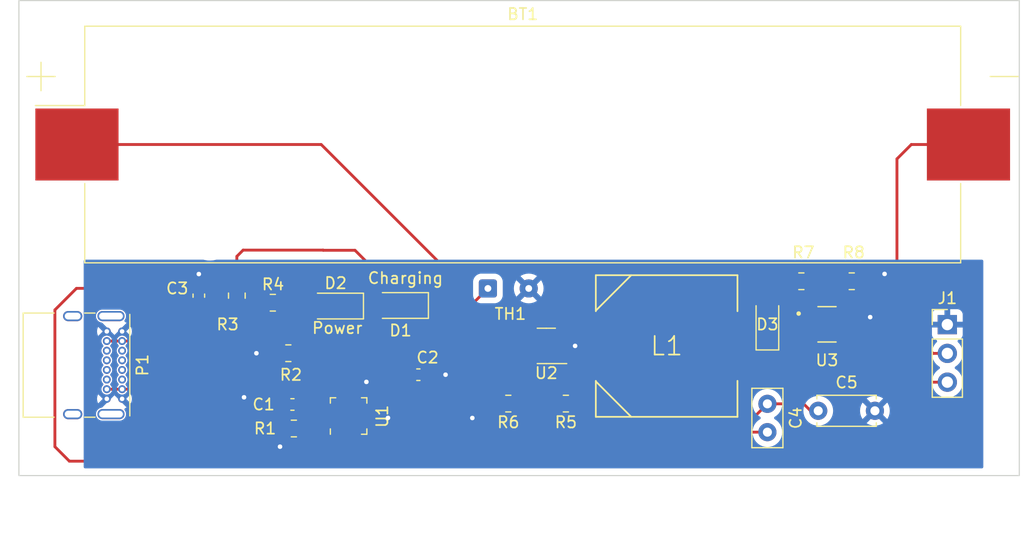
<source format=kicad_pcb>
(kicad_pcb (version 20211014) (generator pcbnew)
  (layers (0 "F.Cu" signal) (31 "B.Cu" signal) (34 "B.Paste" user) (35 "F.Paste" user) (36 "B.SilkS" user "B.Silkscreen") (37 "F.SilkS" user "F.Silkscreen") (38 "B.Mask" user) (39 "F.Mask" user) (44 "Edge.Cuts" user))
  (net 0 "")
  (net 1 "Net-(BT1-Pad1)")
  (net 2 "GND")
  (net 3 "Net-(C1-Pad1)")
  (net 4 "Net-(C3-Pad1)")
  (net 5 "Net-(D1-Pad1)")
  (net 6 "Net-(D1-Pad2)")
  (net 7 "Net-(D2-Pad1)")
  (net 8 "Net-(D2-Pad2)")
  (net 9 "Net-(R1-Pad2)")
  (net 10 "Net-(R2-Pad2)")
  (net 11 "Net-(TH1-Pad1)")
  (net 17 "Net-(C4-Pad1)")
  (net 18 "Net-(C4-Pad2)")
  (net 19 "Net-(D3-Pad2)")
  (net 20 "Net-(J1-Pad2)")
  (net 21 "Net-(R7-Pad2)")
  (footprint "LED_SMD:LED_1206_3216Metric_Pad1.42x1.75mm_HandSolder" (layer "F.Cu") (at 135.270857 102.469103 180)
    (fp_text reference "D1" (at -0.000571 -2.209095) (layer "F.SilkS"))
    (fp_text value "LED")
    (fp_line (start -2.46 -1.135) (end -2.46 1.135) (layer "F.SilkS") (width 0.12))
    (fp_line (start -2.46 1.135) (end 1.6 1.135) (layer "F.SilkS") (width 0.12))
    (fp_line (start 1.6 -1.135) (end -2.46 -1.135) (layer "F.SilkS") (width 0.12))
    (pad "1" smd roundrect (at -1.4875 0 180) (size 1.425 1.75) (layers "F.Cu" "F.Paste" "F.Mask") (roundrect_rratio 0.175439) (net 5 "Net-(D1-Pad1)"))
    (pad "2" smd roundrect (at 1.4875 0 180) (size 1.425 1.75) (layers "F.Cu" "F.Paste" "F.Mask") (roundrect_rratio 0.175439) (net 6 "Net-(D1-Pad2)"))
  )
  (footprint "Battery:BatteryHolder_Keystone_1042_1x18650" (layer "F.Cu") (at 146.05 88.265)
    (fp_text reference "BT1" (at 0 -11.5) (layer "F.SilkS"))
    (fp_text value "Battery_Cell")
    (fp_line (start 38.64 3.44) (end 38.64 10.44) (layer "F.SilkS") (width 0.12))
    (fp_line (start -42.5 -4.75) (end -42.5 -7.25) (layer "F.SilkS") (width 0.12))
    (fp_line (start 38.64 -3.44) (end 38.64 -10.42) (layer "F.SilkS") (width 0.12))
    (fp_line (start 38.64 10.44) (end -38.64 10.44) (layer "F.SilkS") (width 0.12))
    (fp_line (start -38.64 10.44) (end -38.64 3.44) (layer "F.SilkS") (width 0.12))
    (fp_line (start -43.75 -6) (end -41.25 -6) (layer "F.SilkS") (width 0.12))
    (fp_line (start -38.64 -3.44) (end -43 -3.44) (layer "F.SilkS") (width 0.12))
    (fp_line (start 43.75 -6) (end 41.25 -6) (layer "F.SilkS") (width 0.12))
    (fp_line (start -38.64 -10.44) (end -38.64 -3.44) (layer "F.SilkS") (width 0.12))
    (fp_line (start 38.64 -10.44) (end -38.64 -10.44) (layer "F.SilkS") (width 0.12))
    (pad "" np_thru_hole circle (at -27.6 8) (size 3.45 3.45) (drill 3.45) (layers *.Cu *.Mask))
    (pad "" np_thru_hole circle (at 27.6 -8) (size 3.45 3.45) (drill 3.45) (layers *.Cu *.Mask))
    (pad "" np_thru_hole circle (at -35.93 -8) (size 2.39 2.39) (drill 2.39) (layers *.Cu *.Mask))
    (pad "1" smd rect (at -39.33 0) (size 7.34 6.35) (layers "F.Cu" "F.Paste" "F.Mask") (net 1 "Net-(BT1-Pad1)"))
    (pad "2" smd rect (at 39.33 0) (size 7.34 6.35) (layers "F.Cu" "F.Paste" "F.Mask") (net 2 "GND"))
  )
  (footprint "Resistor_SMD:R_0805_2012Metric" (layer "F.Cu") (at 124.003332 102.225001 180)
    (fp_text reference "R4" (at -0.016708 1.61735 180) (layer "F.SilkS"))
    (fp_text value "1K")
    (fp_line (start -0.227064 -0.735) (end 0.227064 -0.735) (layer "F.SilkS") (width 0.12))
    (fp_line (start -0.227064 0.735) (end 0.227064 0.735) (layer "F.SilkS") (width 0.12))
    (pad "1" smd roundrect (at -0.9125 0 180) (size 1.025 1.4) (layers "F.Cu" "F.Paste" "F.Mask") (roundrect_rratio 0.243902) (net 8 "Net-(D2-Pad2)"))
    (pad "2" smd roundrect (at 0.9125 0 180) (size 1.025 1.4) (layers "F.Cu" "F.Paste" "F.Mask") (roundrect_rratio 0.243902) (net 4 "Net-(C3-Pad1)"))
  )
  (footprint "Capacitor_SMD:C_0603_1608Metric" (layer "F.Cu") (at 117.475 101.6 90)
    (fp_text reference "C3" (at 0.635 -1.905) (layer "F.SilkS"))
    (fp_text value "4.7u")
    (fp_line (start -0.14058 0.51) (end 0.14058 0.51) (layer "F.SilkS") (width 0.12))
    (fp_line (start -0.14058 -0.51) (end 0.14058 -0.51) (layer "F.SilkS") (width 0.12))
    (pad "1" smd roundrect (at -0.775 0 90) (size 0.9 0.95) (layers "F.Cu" "F.Paste" "F.Mask") (net 4 "Net-(C3-Pad1)"))
    (pad "2" smd roundrect (at 0.775 0 90) (size 0.9 0.95) (layers "F.Cu" "F.Paste" "F.Mask") (net 2 "GND"))
  )
  (footprint "Diode_SMD:D_SOD-123" (layer "F.Cu") (at 167.64 104.14 90)
    (fp_text reference "D3" (at 0 0 180) (layer "F.SilkS"))
    (fp_text value "D_Schottky")
    (fp_line (start -2.25 1) (end 1.65 1) (layer "F.SilkS") (width 0.12))
    (fp_line (start -2.25 -1) (end 1.65 -1) (layer "F.SilkS") (width 0.12))
    (fp_line (start -2.25 -1) (end -2.25 1) (layer "F.SilkS") (width 0.12))
    (pad "1" smd rect (at -1.65 0 90) (size 0.9 1.2) (layers "F.Cu" "F.Paste" "F.Mask") (net 17 "Net-(C4-Pad1)"))
    (pad "2" smd rect (at 1.65 0 90) (size 0.9 1.2) (layers "F.Cu" "F.Paste" "F.Mask") (net 19 "Net-(D3-Pad2)"))
  )
  (footprint "Resistor_SMD:R_0805_2012Metric" (layer "F.Cu") (at 149.86 111.125 180)
    (fp_text reference "R5" (at 0 -1.65) (layer "F.SilkS"))
    (fp_text value "100k")
    (fp_line (start -0.227064 -0.735) (end 0.227064 -0.735) (layer "F.SilkS") (width 0.12))
    (fp_line (start -0.227064 0.735) (end 0.227064 0.735) (layer "F.SilkS") (width 0.12))
    (pad "1" smd roundrect (at -0.9125 0 180) (size 1.025 1.4) (layers "F.Cu" "F.Paste" "F.Mask") (roundrect_rratio 0.243902) (net 17 "Net-(C4-Pad1)"))
    (pad "2" smd roundrect (at 0.9125 0 180) (size 1.025 1.4) (layers "F.Cu" "F.Paste" "F.Mask") (roundrect_rratio 0.243902) (net 18 "Net-(C4-Pad2)"))
  )
  (footprint "Connector_PinHeader_2.54mm:PinHeader_1x03_P2.54mm_Vertical" (layer "F.Cu") (at 183.515 104.155)
    (fp_text reference "J1" (at 0 -2.33) (layer "F.SilkS"))
    (fp_text value "Conn_01x03_Male")
    (fp_line (start -1.33 0) (end -1.33 -1.33) (layer "F.SilkS") (width 0.12))
    (fp_line (start -1.33 1.27) (end -1.33 6.41) (layer "F.SilkS") (width 0.12))
    (fp_line (start -1.33 6.41) (end 1.33 6.41) (layer "F.SilkS") (width 0.12))
    (fp_line (start -1.33 -1.33) (end 0 -1.33) (layer "F.SilkS") (width 0.12))
    (fp_line (start -1.33 1.27) (end 1.33 1.27) (layer "F.SilkS") (width 0.12))
    (fp_line (start 1.33 1.27) (end 1.33 6.41) (layer "F.SilkS") (width 0.12))
    (pad "1" thru_hole rect (at 0 0) (size 1.7 1.7) (drill 1) (layers *.Cu *.Mask) (net 2 "GND"))
    (pad "2" thru_hole oval (at 0 2.54) (size 1.7 1.7) (drill 1) (layers *.Cu *.Mask) (net 20 "Net-(J1-Pad2)"))
    (pad "3" thru_hole oval (at 0 5.08) (size 1.7 1.7) (drill 1) (layers *.Cu *.Mask) (net 17 "Net-(C4-Pad1)"))
  )
  (footprint "footprints:INDM125125X600N" (layer "F.Cu") (at 158.75 106.045)
    (fp_text reference "L1" (at 0 0) (layer "F.SilkS") (effects (font (size 1.641795 1.641795))))
    (fp_text value "10u")
    (fp_line (start 6.2484 -6.2484) (end -6.2484 -6.2484) (layer "F.SilkS") (width 0.1524))
    (fp_line (start 6.2484 -3.0734) (end 6.2484 -6.2484) (layer "F.SilkS") (width 0.1524))
    (fp_line (start -6.2484 3.0734) (end -6.2484 3.1242) (layer "F.SilkS") (width 0.1524))
    (fp_line (start -6.2484 3.1242) (end -6.2484 6.2484) (layer "F.SilkS") (width 0.1524))
    (fp_line (start -6.2484 3.1242) (end -3.1242 6.2484) (layer "F.SilkS") (width 0.1524))
    (fp_line (start -6.2484 6.2484) (end 6.2484 6.2484) (layer "F.SilkS") (width 0.1524))
    (fp_line (start -6.2484 -6.2484) (end -6.2484 -3.0734) (layer "F.SilkS") (width 0.1524))
    (fp_line (start -6.2484 -3.1242) (end -3.1242 -6.2484) (layer "F.SilkS") (width 0.1524))
    (fp_line (start 6.2484 6.2484) (end 6.2484 3.0734) (layer "F.SilkS") (width 0.1524))
    (pad "1" smd rect locked (at -4.826 0 90) (size 5.5118 3.1496) (layers "F.Cu" "F.Paste" "F.Mask") (net 4 "Net-(C3-Pad1)"))
    (pad "2" smd rect locked (at 4.826 0 90) (size 5.5118 3.1496) (layers "F.Cu" "F.Paste" "F.Mask") (net 19 "Net-(D3-Pad2)"))
  )
  (footprint "Connector_Wire:SolderWire-0.1sqmm_1x02_P3.6mm_D0.4mm_OD1mm" (layer "F.Cu") (at 142.98 100.965)
    (fp_text reference "TH1" (at 1.983749 2.250108) (layer "F.SilkS"))
    (fp_text value "Thermistor_NTC")
    (pad "1" thru_hole roundrect (at 0 0) (size 1.6 1.6) (drill 0.6) (layers *.Cu *.Mask) (roundrect_rratio 0.15625) (net 11 "Net-(TH1-Pad1)"))
    (pad "2" thru_hole circle (at 3.6 0) (size 1.6 1.6) (drill 0.6) (layers *.Cu *.Mask) (net 2 "GND"))
  )
  (footprint "Resistor_SMD:R_0805_2012Metric" (layer "F.Cu") (at 120.828332 101.6 -90)
    (fp_text reference "R3" (at 2.54 0.813332) (layer "F.SilkS"))
    (fp_text value "1K")
    (fp_line (start -0.227064 -0.735) (end 0.227064 -0.735) (layer "F.SilkS") (width 0.12))
    (fp_line (start -0.227064 0.735) (end 0.227064 0.735) (layer "F.SilkS") (width 0.12))
    (pad "1" smd roundrect (at -0.9125 0 270) (size 1.025 1.4) (layers "F.Cu" "F.Paste" "F.Mask") (roundrect_rratio 0.243902) (net 6 "Net-(D1-Pad2)"))
    (pad "2" smd roundrect (at 0.9125 0 270) (size 1.025 1.4) (layers "F.Cu" "F.Paste" "F.Mask") (roundrect_rratio 0.243902) (net 4 "Net-(C3-Pad1)"))
  )
  (footprint "Package_DFN_QFN:VQFN-16-1EP_3x3mm_P0.5mm_EP1.6x1.6mm" (layer "F.Cu") (at 130.689965 112.220001 90)
    (fp_text reference "U1" (at -0.031673 2.967913 90) (layer "F.SilkS"))
    (fp_text value "BQ24079RGT")
    (fp_line (start 1.61 -1.61) (end 1.61 -1.135) (layer "F.SilkS") (width 0.12))
    (fp_line (start 1.135 -1.61) (end 1.61 -1.61) (layer "F.SilkS") (width 0.12))
    (fp_line (start -1.61 1.61) (end -1.61 1.135) (layer "F.SilkS") (width 0.12))
    (fp_line (start -1.135 1.61) (end -1.61 1.61) (layer "F.SilkS") (width 0.12))
    (fp_line (start 1.135 1.61) (end 1.61 1.61) (layer "F.SilkS") (width 0.12))
    (fp_line (start -1.135 -1.61) (end -1.61 -1.61) (layer "F.SilkS") (width 0.12))
    (fp_line (start 1.61 1.61) (end 1.61 1.135) (layer "F.SilkS") (width 0.12))
    (pad "1" smd roundrect (at -1.4375 -0.75 90) (size 0.875 0.25) (layers "F.Cu" "F.Paste" "F.Mask") (net 11 "Net-(TH1-Pad1)"))
    (pad "2" smd roundrect (at -1.4375 -0.25 90) (size 0.875 0.25) (layers "F.Cu" "F.Paste" "F.Mask") (net 1 "Net-(BT1-Pad1)"))
    (pad "3" smd roundrect (at -1.4375 0.25 90) (size 0.875 0.25) (layers "F.Cu" "F.Paste" "F.Mask") (net 1 "Net-(BT1-Pad1)"))
    (pad "4" smd roundrect (at -1.4375 0.75 90) (size 0.875 0.25) (layers "F.Cu" "F.Paste" "F.Mask") (net 2 "GND"))
    (pad "5" smd roundrect (at -0.75 1.4375 90) (size 0.25 0.875) (layers "F.Cu" "F.Paste" "F.Mask") (net 2 "GND"))
    (pad "6" smd roundrect (at -0.25 1.4375 90) (size 0.25 0.875) (layers "F.Cu" "F.Paste" "F.Mask") (net 2 "GND"))
    (pad "7" smd roundrect (at 0.25 1.4375 90) (size 0.25 0.875) (layers "F.Cu" "F.Paste" "F.Mask") (net 5 "Net-(D1-Pad1)"))
    (pad "8" smd roundrect (at 0.75 1.4375 90) (size 0.25 0.875) (layers "F.Cu" "F.Paste" "F.Mask") (net 2 "GND"))
    (pad "9" smd roundrect (at 1.4375 0.75 90) (size 0.875 0.25) (layers "F.Cu" "F.Paste" "F.Mask") (net 7 "Net-(D2-Pad1)"))
    (pad "10" smd roundrect (at 1.4375 0.25 90) (size 0.875 0.25) (layers "F.Cu" "F.Paste" "F.Mask") (net 4 "Net-(C3-Pad1)"))
    (pad "11" smd roundrect (at 1.4375 -0.25 90) (size 0.875 0.25) (layers "F.Cu" "F.Paste" "F.Mask") (net 4 "Net-(C3-Pad1)"))
    (pad "12" smd roundrect (at 1.4375 -0.75 90) (size 0.875 0.25) (layers "F.Cu" "F.Paste" "F.Mask") (net 10 "Net-(R2-Pad2)"))
    (pad "13" smd roundrect (at 0.75 -1.4375 90) (size 0.25 0.875) (layers "F.Cu" "F.Paste" "F.Mask") (net 3 "Net-(C1-Pad1)"))
    (pad "14" smd roundrect (at 0.25 -1.4375 90) (size 0.25 0.875) (layers "F.Cu" "F.Paste" "F.Mask") (net 2 "GND"))
    (pad "15" smd roundrect (at -0.25 -1.4375 90) (size 0.25 0.875) (layers "F.Cu" "F.Paste" "F.Mask") (net 2 "GND"))
    (pad "16" smd roundrect (at -0.75 -1.4375 90) (size 0.25 0.875) (layers "F.Cu" "F.Paste" "F.Mask") (net 9 "Net-(R1-Pad2)"))
    (pad "17" smd rect (at 0 0 90) (size 1.6 1.6) (layers "F.Cu" "F.Mask") (net 2 "GND"))
  )
  (footprint "Capacitor_THT:C_Disc_D5.0mm_W2.5mm_P5.00mm" (layer "F.Cu") (at 172.125 111.76)
    (fp_text reference "C5" (at 2.5 -2.5) (layer "F.SilkS"))
    (fp_text value "1u")
    (fp_line (start 5.12 1.055) (end 5.12 1.37) (layer "F.SilkS") (width 0.12))
    (fp_line (start -0.12 1.055) (end -0.12 1.37) (layer "F.SilkS") (width 0.12))
    (fp_line (start -0.12 -1.37) (end -0.12 -1.055) (layer "F.SilkS") (width 0.12))
    (fp_line (start 5.12 -1.37) (end 5.12 -1.055) (layer "F.SilkS") (width 0.12))
    (fp_line (start -0.12 -1.37) (end 5.12 -1.37) (layer "F.SilkS") (width 0.12))
    (fp_line (start -0.12 1.37) (end 5.12 1.37) (layer "F.SilkS") (width 0.12))
    (pad "1" thru_hole circle (at 0 0) (size 1.6 1.6) (drill 0.8) (layers *.Cu *.Mask) (net 17 "Net-(C4-Pad1)"))
    (pad "2" thru_hole circle (at 5 0) (size 1.6 1.6) (drill 0.8) (layers *.Cu *.Mask) (net 2 "GND"))
  )
  (footprint "Resistor_SMD:R_0805_2012Metric" (layer "F.Cu") (at 125.859965 113.322501)
    (fp_text reference "R1" (at -2.54 0) (layer "F.SilkS"))
    (fp_text value "1.1k")
    (fp_line (start -0.227064 0.735) (end 0.227064 0.735) (layer "F.SilkS") (width 0.12))
    (fp_line (start -0.227064 -0.735) (end 0.227064 -0.735) (layer "F.SilkS") (width 0.12))
    (pad "1" smd roundrect (at -0.9125 0) (size 1.025 1.4) (layers "F.Cu" "F.Paste" "F.Mask") (roundrect_rratio 0.243902) (net 2 "GND"))
    (pad "2" smd roundrect (at 0.9125 0) (size 1.025 1.4) (layers "F.Cu" "F.Paste" "F.Mask") (roundrect_rratio 0.243902) (net 9 "Net-(R1-Pad2)"))
  )
  (footprint "Capacitor_SMD:C_0603_1608Metric" (layer "F.Cu") (at 136.843332 108.575001)
    (fp_text reference "C2" (at 0.813 -1.511503) (layer "F.SilkS"))
    (fp_text value "4.7u")
    (fp_line (start -0.14058 0.51) (end 0.14058 0.51) (layer "F.SilkS") (width 0.12))
    (fp_line (start -0.14058 -0.51) (end 0.14058 -0.51) (layer "F.SilkS") (width 0.12))
    (pad "1" smd roundrect (at -0.775 0) (size 0.9 0.95) (layers "F.Cu" "F.Paste" "F.Mask") (net 1 "Net-(BT1-Pad1)"))
    (pad "2" smd roundrect (at 0.775 0) (size 0.9 0.95) (layers "F.Cu" "F.Paste" "F.Mask") (net 2 "GND"))
  )
  (footprint "Capacitor_SMD:C_0603_1608Metric" (layer "F.Cu") (at 125.732975 111.200505 180)
    (fp_text reference "C1" (at 2.54 0) (layer "F.SilkS"))
    (fp_text value "1u")
    (fp_line (start -0.14058 -0.51) (end 0.14058 -0.51) (layer "F.SilkS") (width 0.12))
    (fp_line (start -0.14058 0.51) (end 0.14058 0.51) (layer "F.SilkS") (width 0.12))
    (pad "1" smd roundrect (at -0.775 0 180) (size 0.9 0.95) (layers "F.Cu" "F.Paste" "F.Mask") (net 3 "Net-(C1-Pad1)"))
    (pad "2" smd roundrect (at 0.775 0 180) (size 0.9 0.95) (layers "F.Cu" "F.Paste" "F.Mask") (net 2 "GND"))
  )
  (footprint "Resistor_SMD:R_0805_2012Metric" (layer "F.Cu") (at 175.080832 100.33)
    (fp_text reference "R8" (at 0.179168 -2.54) (layer "F.SilkS"))
    (fp_text value "100k")
    (fp_line (start -0.227064 -0.735) (end 0.227064 -0.735) (layer "F.SilkS") (width 0.12))
    (fp_line (start -0.227064 0.735) (end 0.227064 0.735) (layer "F.SilkS") (width 0.12))
    (pad "1" smd roundrect (at -0.9125 0) (size 1.025 1.4) (layers "F.Cu" "F.Paste" "F.Mask") (roundrect_rratio 0.243902) (net 21 "Net-(R7-Pad2)"))
    (pad "2" smd roundrect (at 0.9125 0) (size 1.025 1.4) (layers "F.Cu" "F.Paste" "F.Mask") (roundrect_rratio 0.243902) (net 2 "GND"))
  )
  (footprint "Resistor_SMD:R_0805_2012Metric" (layer "F.Cu") (at 125.3725 106.68)
    (fp_text reference "R2" (at 0.227064 1.905) (layer "F.SilkS"))
    (fp_text value "1.1k")
    (fp_line (start -0.227064 0.735) (end 0.227064 0.735) (layer "F.SilkS") (width 0.12))
    (fp_line (start -0.227064 -0.735) (end 0.227064 -0.735) (layer "F.SilkS") (width 0.12))
    (pad "1" smd roundrect (at -0.9125 0) (size 1.025 1.4) (layers "F.Cu" "F.Paste" "F.Mask") (roundrect_rratio 0.243902) (net 2 "GND"))
    (pad "2" smd roundrect (at 0.9125 0) (size 1.025 1.4) (layers "F.Cu" "F.Paste" "F.Mask") (roundrect_rratio 0.243902) (net 10 "Net-(R2-Pad2)"))
  )
  (footprint "Resistor_SMD:R_0805_2012Metric" (layer "F.Cu") (at 170.635832 100.33)
    (fp_text reference "R7" (at 0.179168 -2.54) (layer "F.SilkS"))
    (fp_text value "100k")
    (fp_line (start -0.227064 -0.735) (end 0.227064 -0.735) (layer "F.SilkS") (width 0.12))
    (fp_line (start -0.227064 0.735) (end 0.227064 0.735) (layer "F.SilkS") (width 0.12))
    (pad "1" smd roundrect (at -0.9125 0) (size 1.025 1.4) (layers "F.Cu" "F.Paste" "F.Mask") (roundrect_rratio 0.243902) (net 17 "Net-(C4-Pad1)"))
    (pad "2" smd roundrect (at 0.9125 0) (size 1.025 1.4) (layers "F.Cu" "F.Paste" "F.Mask") (roundrect_rratio 0.243902) (net 21 "Net-(R7-Pad2)"))
  )
  (footprint "Capacitor_THT:C_Disc_D5.0mm_W2.5mm_P2.50mm" (layer "F.Cu") (at 167.64 111.145 -90)
    (fp_text reference "C4" (at 1.25 -2.5 90) (layer "F.SilkS"))
    (fp_text value "24p")
    (fp_line (start 3.87 -1.37) (end 3.87 1.37) (layer "F.SilkS") (width 0.12))
    (fp_line (start -1.37 -1.37) (end 3.87 -1.37) (layer "F.SilkS") (width 0.12))
    (fp_line (start -1.37 1.37) (end 3.87 1.37) (layer "F.SilkS") (width 0.12))
    (fp_line (start -1.37 -1.37) (end -1.37 1.37) (layer "F.SilkS") (width 0.12))
    (pad "1" thru_hole circle (at 0 0 270) (size 1.6 1.6) (drill 0.8) (layers *.Cu *.Mask) (net 17 "Net-(C4-Pad1)"))
    (pad "2" thru_hole circle (at 2.5 0 270) (size 1.6 1.6) (drill 0.8) (layers *.Cu *.Mask) (net 18 "Net-(C4-Pad2)"))
  )
  (footprint "LED_SMD:LED_1206_3216Metric_Pad1.42x1.75mm_HandSolder" (layer "F.Cu") (at 129.54 102.51707 180)
    (fp_text reference "D2" (at -0.003309 2.019136) (layer "F.SilkS"))
    (fp_text value "LED")
    (fp_line (start 1.6 -1.135) (end -2.46 -1.135) (layer "F.SilkS") (width 0.12))
    (fp_line (start -2.46 -1.135) (end -2.46 1.135) (layer "F.SilkS") (width 0.12))
    (fp_line (start -2.46 1.135) (end 1.6 1.135) (layer "F.SilkS") (width 0.12))
    (pad "1" smd roundrect (at -1.4875 0 180) (size 1.425 1.75) (layers "F.Cu" "F.Paste" "F.Mask") (roundrect_rratio 0.175439) (net 7 "Net-(D2-Pad1)"))
    (pad "2" smd roundrect (at 1.4875 0 180) (size 1.425 1.75) (layers "F.Cu" "F.Paste" "F.Mask") (roundrect_rratio 0.175439) (net 8 "Net-(D2-Pad2)"))
  )
  (footprint "Resistor_SMD:R_0805_2012Metric" (layer "F.Cu") (at 144.78 111.125 180)
    (fp_text reference "R6" (at 0 -1.65) (layer "F.SilkS"))
    (fp_text value "300k")
    (fp_line (start -0.227064 0.735) (end 0.227064 0.735) (layer "F.SilkS") (width 0.12))
    (fp_line (start -0.227064 -0.735) (end 0.227064 -0.735) (layer "F.SilkS") (width 0.12))
    (pad "1" smd roundrect (at -0.9125 0 180) (size 1.025 1.4) (layers "F.Cu" "F.Paste" "F.Mask") (roundrect_rratio 0.243902) (net 18 "Net-(C4-Pad2)"))
    (pad "2" smd roundrect (at 0.9125 0 180) (size 1.025 1.4) (layers "F.Cu" "F.Paste" "F.Mask") (roundrect_rratio 0.243902) (net 2 "GND"))
  )
  (footprint "SOT95P280X145-6N:SOT95P280X145-6N" (layer "F.Cu") (at 172.898332 104.130001)
    (fp_text reference "U3" (at 0 3.175) (layer "F.SilkS"))
    (fp_text value "OPAMP")
    (fp_line (start -0.8 1.56) (end 0.8 1.56) (layer "F.SilkS") (width 0.127))
    (fp_line (start 0.8 -1.56) (end -0.8 -1.56) (layer "F.SilkS") (width 0.127))
    (fp_circle (center -2.5 -0.95) (end -2.4 -0.95) (layer "F.SilkS") (width 0.2) (fill none))
    (pad "1" smd roundrect locked (at -1.255 -0.95) (size 1.21 0.58) (layers "F.Cu" "F.Paste" "F.Mask") (roundrect_rratio 0.07) (net 21 "Net-(R7-Pad2)"))
    (pad "2" smd roundrect locked (at -1.255 0) (size 1.21 0.58) (layers "F.Cu" "F.Paste" "F.Mask") (roundrect_rratio 0.07) (net 20 "Net-(J1-Pad2)"))
    (pad "3" smd roundrect locked (at -1.255 0.95) (size 1.21 0.58) (layers "F.Cu" "F.Paste" "F.Mask") (roundrect_rratio 0.07) (net 20 "Net-(J1-Pad2)"))
    (pad "4" smd roundrect locked (at 1.255 0.95) (size 1.21 0.58) (layers "F.Cu" "F.Paste" "F.Mask") (roundrect_rratio 0.07) (net 17 "Net-(C4-Pad1)"))
    (pad "5" smd roundrect locked (at 1.255 0) (size 1.21 0.58) (layers "F.Cu" "F.Paste" "F.Mask") (roundrect_rratio 0.07) (net 2 "GND"))
    (pad "6" smd roundrect locked (at 1.255 -0.95) (size 1.21 0.58) (layers "F.Cu" "F.Paste" "F.Mask") (roundrect_rratio 0.07))
  )
  (footprint "Connector_USB:USB_C_Receptacle_GCT_USB4085" (layer "F.Cu") (at 110.705 104.755 -90)
    (fp_text reference "P1" (at 2.975 -1.8 90) (layer "F.SilkS"))
    (fp_text value "USB_C_Plug_USB2.0")
    (fp_line (start -1.62 6) (end -1.62 8.73) (layer "F.SilkS") (width 0.12))
    (fp_line (start 7.57 2.4) (end 7.57 3.3) (layer "F.SilkS") (width 0.12))
    (fp_line (start -1.5 -0.68) (end 7.45 -0.68) (layer "F.SilkS") (width 0.12))
    (fp_line (start -1.62 2.4) (end -1.62 3.3) (layer "F.SilkS") (width 0.12))
    (fp_line (start 7.57 6) (end 7.57 8.73) (layer "F.SilkS") (width 0.12))
    (fp_line (start -1.62 8.73) (end 7.57 8.73) (layer "F.SilkS") (width 0.12))
    (pad "A1" thru_hole circle (at 0 0 270) (size 0.7 0.7) (drill 0.4) (layers *.Cu *.Mask) (net 2 "GND"))
    (pad "A4" thru_hole circle (at 0.85 0 270) (size 0.7 0.7) (drill 0.4) (layers *.Cu *.Mask) (net 3 "Net-(C1-Pad1)"))
    (pad "A5" thru_hole circle (at 1.7 0 270) (size 0.7 0.7) (drill 0.4) (layers *.Cu *.Mask))
    (pad "A6" thru_hole circle (at 2.55 0 270) (size 0.7 0.7) (drill 0.4) (layers *.Cu *.Mask))
    (pad "A7" thru_hole circle (at 3.4 0 270) (size 0.7 0.7) (drill 0.4) (layers *.Cu *.Mask))
    (pad "A8" thru_hole circle (at 4.25 0 270) (size 0.7 0.7) (drill 0.4) (layers *.Cu *.Mask))
    (pad "A9" thru_hole circle (at 5.1 0 270) (size 0.7 0.7) (drill 0.4) (layers *.Cu *.Mask) (net 3 "Net-(C1-Pad1)"))
    (pad "A12" thru_hole circle (at 5.95 0 270) (size 0.7 0.7) (drill 0.4) (layers *.Cu *.Mask) (net 2 "GND"))
    (pad "B1" thru_hole circle (at 5.95 1.35 270) (size 0.7 0.7) (drill 0.4) (layers *.Cu *.Mask) (net 2 "GND"))
    (pad "B4" thru_hole circle (at 5.1 1.35 270) (size 0.7 0.7) (drill 0.4) (layers *.Cu *.Mask) (net 3 "Net-(C1-Pad1)"))
    (pad "B5" thru_hole circle (at 4.25 1.35 270) (size 0.7 0.7) (drill 0.4) (layers *.Cu *.Mask))
    (pad "B6" thru_hole circle (at 3.4 1.35 270) (size 0.7 0.7) (drill 0.4) (layers *.Cu *.Mask))
    (pad "B7" thru_hole circle (at 2.55 1.35 270) (size 0.7 0.7) (drill 0.4) (layers *.Cu *.Mask))
    (pad "B8" thru_hole circle (at 1.7 1.35 270) (size 0.7 0.7) (drill 0.4) (layers *.Cu *.Mask))
    (pad "B9" thru_hole circle (at 0.85 1.35 270) (size 0.7 0.7) (drill 0.4) (layers *.Cu *.Mask) (net 3 "Net-(C1-Pad1)"))
    (pad "B12" thru_hole circle (at 0 1.35 270) (size 0.7 0.7) (drill 0.4) (layers *.Cu *.Mask) (net 2 "GND"))
    (pad "S1" thru_hole oval (at -1.35 4.36 270) (size 0.9 1.7) (drill oval 0.6 1.4) (layers *.Cu *.Mask))
    (pad "S1" thru_hole oval (at 7.3 4.36 270) (size 0.9 1.7) (drill oval 0.6 1.4) (layers *.Cu *.Mask))
    (pad "S1" thru_hole oval (at -1.35 0.98 270) (size 0.9 2.4) (drill oval 0.6 2.1) (layers *.Cu *.Mask))
    (pad "S1" thru_hole oval (at 7.3 0.98 270) (size 0.9 2.4) (drill oval 0.6 2.1) (layers *.Cu *.Mask))
  )
  (footprint "Package_TO_SOT_SMD:SOT-23-5" (layer "F.Cu") (at 148.133332 106.035001 180)
    (fp_text reference "U2" (at 0 -2.4) (layer "F.SilkS"))
    (fp_text value "TPS61040DBV")
    (fp_line (start 0 -1.56) (end -1.8 -1.56) (layer "F.SilkS") (width 0.12))
    (fp_line (start 0 -1.56) (end 0.8 -1.56) (layer "F.SilkS") (width 0.12))
    (fp_line (start 0 1.56) (end 0.8 1.56) (layer "F.SilkS") (width 0.12))
    (fp_line (start 0 1.56) (end -0.8 1.56) (layer "F.SilkS") (width 0.12))
    (pad "1" smd roundrect (at -1.1375 -0.95 180) (size 1.325 0.6) (layers "F.Cu" "F.Paste" "F.Mask") (net 17 "Net-(C4-Pad1)"))
    (pad "2" smd roundrect (at -1.1375 0 180) (size 1.325 0.6) (layers "F.Cu" "F.Paste" "F.Mask") (net 2 "GND"))
    (pad "3" smd roundrect (at -1.1375 0.95 180) (size 1.325 0.6) (layers "F.Cu" "F.Paste" "F.Mask") (net 18 "Net-(C4-Pad2)"))
    (pad "4" smd roundrect (at 1.1375 0.95 180) (size 1.325 0.6) (layers "F.Cu" "F.Paste" "F.Mask") (net 4 "Net-(C3-Pad1)"))
    (pad "5" smd roundrect (at 1.1375 -0.95 180) (size 1.325 0.6) (layers "F.Cu" "F.Paste" "F.Mask") (net 4 "Net-(C3-Pad1)"))
  )
  (gr_rect (start 101.6 75.565) (end 189.865 117.475) (layer "Edge.Cuts") (width 0.1) (fill none))
  (gr_text "Charging" (at 135.700857 100.053129) (layer "F.SilkS") (effects (font (size 1 1))))
  (gr_text "Power" (at 129.692076 104.458869) (layer "F.SilkS") (effects (font (size 1 1))))
  (segment (start 135.89 108.396669) (end 135.89 106.68) (width 0.25) (layer "F.Cu") (net 1))
  (segment (start 136.068332 108.575001) (end 136.068332 112.55601) (width 0.25) (layer "F.Cu") (net 1))
  (segment (start 130.939965 113.657501) (end 130.439965 113.657501) (width 0.25) (layer "F.Cu") (net 1))
  (segment (start 133.581332 115.04301) (end 136.068332 112.55601) (width 0.25) (layer "F.Cu") (net 1))
  (segment (start 139.065 103.505) (end 139.065 99.06) (width 0.25) (layer "F.Cu") (net 1))
  (segment (start 130.939965 113.657501) (end 130.988332 113.705868) (width 0.25) (layer "F.Cu") (net 1))
  (segment (start 136.068332 108.575001) (end 135.89 108.396669) (width 0.25) (layer "F.Cu") (net 1))
  (segment (start 130.984328 114.530676) (end 131.496662 115.04301) (width 0.25) (layer "F.Cu") (net 1))
  (segment (start 130.984328 113.701864) (end 130.984328 114.530676) (width 0.25) (layer "F.Cu") (net 1))
  (segment (start 139.065 99.06) (end 128.27 88.265) (width 0.25) (layer "F.Cu") (net 1))
  (segment (start 130.939965 113.657501) (end 130.984328 113.701864) (width 0.25) (layer "F.Cu") (net 1))
  (segment (start 106.72 88.265) (end 128.27 88.265) (width 0.25) (layer "F.Cu") (net 1))
  (segment (start 135.89 106.68) (end 139.065 103.505) (width 0.25) (layer "F.Cu") (net 1))
  (segment (start 131.496662 115.04301) (end 133.581332 115.04301) (width 0.25) (layer "F.Cu") (net 1))
  (segment (start 133.443332 112.470001) (end 133.528332 112.385001) (width 0.25) (layer "F.Cu") (net 2))
  (segment (start 132.258332 110.480001) (end 132.258332 109.210001) (width 0.25) (layer "F.Cu") (net 2))
  (segment (start 132.127465 111.470001) (end 132.127465 110.610868) (width 0.25) (layer "F.Cu") (net 2))
  (segment (start 124.638332 114.925001) (end 124.638332 113.631634) (width 0.25) (layer "F.Cu") (net 2))
  (segment (start 131.439965 113.657501) (end 132.127465 112.970001) (width 0.25) (layer "F.Cu") (net 2))
  (segment (start 133.528332 112.385001) (end 134.163332 112.385001) (width 0.25) (layer "F.Cu") (net 2))
  (segment (start 130.939965 112.470001) (end 130.689965 112.220001) (width 0.25) (layer "F.Cu") (net 2))
  (segment (start 141.605 112.395) (end 142.875 111.125) (width 0.25) (layer "F.Cu") (net 2))
  (segment (start 129.252465 111.970001) (end 129.252465 112.470001) (width 0.25) (layer "F.Cu") (net 2))
  (segment (start 121.463332 110.569501) (end 124.326971 110.569501) (width 0.25) (layer "F.Cu") (net 2))
  (segment (start 124.638332 113.631634) (end 124.947465 113.322501) (width 0.25) (layer "F.Cu") (net 2))
  (segment (start 132.127465 112.470001) (end 130.939965 112.470001) (width 0.25) (layer "F.Cu") (net 2))
  (segment (start 176.073332 104.130001) (end 174.153332 104.130001) (width 0.25) (layer "F.Cu") (net 2))
  (segment (start 179.07 98.593333) (end 179.07 89.535) (width 0.25) (layer "F.Cu") (net 2))
  (segment (start 176.638331 99.685001) (end 175.993332 100.33) (width 0.25) (layer "F.Cu") (net 2))
  (segment (start 132.127465 112.470001) (end 132.127465 112.970001) (width 0.25) (layer "F.Cu") (net 2))
  (segment (start 122.555 106.68) (end 124.46 106.68) (width 0.25) (layer "F.Cu") (net 2))
  (segment (start 129.252465 112.470001) (end 130.439965 112.470001) (width 0.25) (layer "F.Cu") (net 2))
  (segment (start 132.127465 112.470001) (end 133.443332 112.470001) (width 0.25) (layer "F.Cu") (net 2))
  (segment (start 149.270832 106.035001) (end 150.673332 106.035001) (width 0.25) (layer "F.Cu") (net 2))
  (segment (start 176.708332 103.495001) (end 176.073332 104.130001) (width 0.25) (layer "F.Cu") (net 2))
  (segment (start 142.875 111.125) (end 143.51 111.125) (width 0.25) (layer "F.Cu") (net 2))
  (segment (start 124.326971 110.569501) (end 124.957975 111.200505) (width 0.25) (layer "F.Cu") (net 2))
  (segment (start 117.475 99.695) (end 117.475 100.825) (width 0.25) (layer "F.Cu") (net 2))
  (segment (start 132.127465 110.610868) (end 132.258332 110.480001) (width 0.25) (layer "F.Cu") (net 2))
  (segment (start 139.243332 108.575001) (end 137.618332 108.575001) (width 0.25) (layer "F.Cu") (net 2))
  (segment (start 177.978332 99.685001) (end 176.638331 99.685001) (width 0.25) (layer "F.Cu") (net 2))
  (segment (start 179.07 89.535) (end 180.34 88.265) (width 0.25) (layer "F.Cu") (net 2))
  (segment (start 185.38 88.265) (end 180.34 88.265) (width 0.25) (layer "F.Cu") (net 2))
  (segment (start 177.978332 99.685001) (end 179.07 98.593333) (width 0.25) (layer "F.Cu") (net 2))
  (via (at 124.638332 114.925001) (size 0.8) (drill 0.4) (layers "F.Cu" "B.Cu") (net 2))
  (via (at 121.463332 110.569501) (size 0.8) (drill 0.4) (layers "F.Cu" "B.Cu") (net 2))
  (via (at 139.243332 108.575001) (size 0.8) (drill 0.4) (layers "F.Cu" "B.Cu") (net 2))
  (via (at 150.673332 106.035001) (size 0.8) (drill 0.4) (layers "F.Cu" "B.Cu") (net 2))
  (via (at 177.978332 99.685001) (size 0.8) (drill 0.4) (layers "F.Cu" "B.Cu") (net 2))
  (via (at 176.708332 103.495001) (size 0.8) (drill 0.4) (layers "F.Cu" "B.Cu") (net 2))
  (via (at 132.258332 109.210001) (size 0.8) (drill 0.4) (layers "F.Cu" "B.Cu") (net 2))
  (via (at 134.163332 112.385001) (size 0.8) (drill 0.4) (layers "F.Cu" "B.Cu") (net 2))
  (via (at 117.475 99.695) (size 0.8) (drill 0.4) (layers "F.Cu" "B.Cu") (net 2))
  (via (at 122.555 106.68) (size 0.8) (drill 0.4) (layers "F.Cu" "B.Cu") (net 2))
  (via (at 141.605 112.395) (size 0.8) (drill 0.4) (layers "F.Cu" "B.Cu") (net 2))
  (segment (start 126.777471 111.470001) (end 129.252465 111.470001) (width 0.25) (layer "F.Cu") (net 3))
  (segment (start 111.085 109.855) (end 118.278333 109.855) (width 0.25) (layer "F.Cu") (net 3))
  (segment (start 113.159965 109.845001) (end 113.149966 109.855) (width 0.25) (layer "F.Cu") (net 3))
  (segment (start 113.159965 109.845001) (end 127.627465 109.845001) (width 0.25) (layer "F.Cu") (net 3))
  (segment (start 109.355 109.855) (end 110.705 109.855) (width 0.25) (layer "F.Cu") (net 3))
  (segment (start 127.627465 109.845001) (end 129.252465 111.470001) (width 0.25) (layer "F.Cu") (net 3))
  (segment (start 118.278333 109.835002) (end 118.278333 109.855) (width 0.25) (layer "F.Cu") (net 3))
  (segment (start 109.355 105.605) (end 110.705 105.605) (width 0.25) (layer "F.Cu") (net 3))
  (segment (start 111.085 105.605) (end 114.048331 105.605) (width 0.25) (layer "F.Cu") (net 3))
  (segment (start 114.048331 105.605) (end 118.278333 109.835002) (width 0.25) (layer "F.Cu") (net 3))
  (segment (start 126.507975 111.200505) (end 126.777471 111.470001) (width 0.25) (layer "F.Cu") (net 3))
  (segment (start 117.475 104.14) (end 118.11 104.775) (width 0.25) (layer "F.Cu") (net 4))
  (segment (start 117.028331 104.775) (end 118.11 104.775) (width 0.25) (layer "F.Cu") (net 4))
  (segment (start 146.228332 102.860001) (end 144.958332 104.130001) (width 0.25) (layer "F.Cu") (net 4))
  (segment (start 153.924 105.664) (end 153.924 106.045) (width 0.25) (layer "F.Cu") (net 4))
  (segment (start 146.995832 106.985001) (end 145.278332 106.985001) (width 0.25) (layer "F.Cu") (net 4))
  (segment (start 106.045 116.205) (end 136.058333 116.205) (width 0.25) (layer "F.Cu") (net 4))
  (segment (start 104.775 102.860001) (end 106.68 100.955001) (width 0.25) (layer "F.Cu") (net 4))
  (segment (start 106.054999 116.205) (end 104.775 114.925001) (width 0.25) (layer "F.Cu") (net 4))
  (segment (start 124.46 104.775) (end 121.92 104.775) (width 0.25) (layer "F.Cu") (net 4))
  (segment (start 106.68 100.955001) (end 113.208332 100.955001) (width 0.25) (layer "F.Cu") (net 4))
  (segment (start 151.120001 102.860001) (end 146.228332 102.860001) (width 0.25) (layer "F.Cu") (net 4))
  (segment (start 121.92 104.775) (end 120.828332 103.683332) (width 0.25) (layer "F.Cu") (net 4))
  (segment (start 127.25993 104.775) (end 124.46 104.775) (width 0.25) (layer "F.Cu") (net 4))
  (segment (start 145.273332 105.085001) (end 144.958332 105.400001) (width 0.25) (layer "F.Cu") (net 4))
  (segment (start 117.475 104.14) (end 117.475 102.375) (width 0.25) (layer "F.Cu") (net 4))
  (segment (start 146.995832 105.085001) (end 145.273332 105.085001) (width 0.25) (layer "F.Cu") (net 4))
  (segment (start 118.11 104.775) (end 121.92 104.775) (width 0.25) (layer "F.Cu") (net 4))
  (segment (start 113.208332 100.955001) (end 117.028331 104.775) (width 0.25) (layer "F.Cu") (net 4))
  (segment (start 123.090832 103.405832) (end 124.46 104.775) (width 0.25) (layer "F.Cu") (net 4))
  (segment (start 130.939965 110.782501) (end 130.939965 108.455035) (width 0.25) (layer "F.Cu") (net 4))
  (segment (start 104.775 114.925001) (end 104.775 102.860001) (width 0.25) (layer "F.Cu") (net 4))
  (segment (start 130.939965 110.782501) (end 130.439965 110.782501) (width 0.25) (layer "F.Cu") (net 4))
  (segment (start 145.278332 106.985001) (end 144.958332 107.305001) (width 0.25) (layer "F.Cu") (net 4))
  (segment (start 120.828332 103.683332) (end 120.828332 102.5125) (width 0.25) (layer "F.Cu") (net 4))
  (segment (start 144.958332 104.130001) (end 144.958332 105.400001) (width 0.25) (layer "F.Cu") (net 4))
  (segment (start 144.958332 107.305001) (end 136.058333 116.205) (width 0.25) (layer "F.Cu") (net 4))
  (segment (start 130.939965 108.455035) (end 127.25993 104.775) (width 0.25) (layer "F.Cu") (net 4))
  (segment (start 151.120001 102.860001) (end 153.924 105.664) (width 0.25) (layer "F.Cu") (net 4))
  (segment (start 144.958332 105.400001) (end 144.958332 107.305001) (width 0.25) (layer "F.Cu") (net 4))
  (segment (start 123.090832 102.225001) (end 123.090832 103.405832) (width 0.25) (layer "F.Cu") (net 4))
  (segment (start 133.479965 107.820035) (end 133.479965 111.103009) (width 0.25) (layer "F.Cu") (net 5))
  (segment (start 132.612973 111.970001) (end 132.127465 111.970001) (width 0.25) (layer "F.Cu") (net 5))
  (segment (start 136.758357 104.541643) (end 133.479965 107.820035) (width 0.25) (layer "F.Cu") (net 5))
  (segment (start 136.758357 102.469103) (end 136.758357 104.541643) (width 0.25) (layer "F.Cu") (net 5))
  (segment (start 133.479965 111.103009) (end 132.612973 111.970001) (width 0.25) (layer "F.Cu") (net 5))
  (segment (start 128.433093 97.582778) (end 128.448332 97.598017) (width 0.25) (layer "F.Cu") (net 6))
  (segment (start 133.783357 100.128357) (end 133.783357 102.854143) (width 0.25) (layer "F.Cu") (net 6))
  (segment (start 131.253017 97.598017) (end 133.783357 100.128357) (width 0.25) (layer "F.Cu") (net 6))
  (segment (start 121.383055 97.582778) (end 128.433093 97.582778) (width 0.25) (layer "F.Cu") (net 6))
  (segment (start 120.828332 100.6875) (end 120.828332 98.137501) (width 0.25) (layer "F.Cu") (net 6))
  (segment (start 128.448332 97.598017) (end 131.253017 97.598017) (width 0.25) (layer "F.Cu") (net 6))
  (segment (start 120.828332 98.137501) (end 121.383055 97.582778) (width 0.25) (layer "F.Cu") (net 6))
  (segment (start 131.439965 110.782501) (end 131.439965 102.603916) (width 0.25) (layer "F.Cu") (net 7))
  (segment (start 124.728984 102.51707) (end 128.230832 102.51707) (width 0.25) (layer "F.Cu") (net 8))
  (segment (start 127.124965 112.970001) (end 126.772465 113.322501) (width 0.25) (layer "F.Cu") (net 9))
  (segment (start 129.252465 112.970001) (end 127.124965 112.970001) (width 0.25) (layer "F.Cu") (net 9))
  (segment (start 129.939965 110.782501) (end 129.939965 109.782501) (width 0.25) (layer "F.Cu") (net 10))
  (segment (start 126.837464 106.68) (end 126.285 106.68) (width 0.25) (layer "F.Cu") (net 10))
  (segment (start 129.939965 109.782501) (end 126.837464 106.68) (width 0.25) (layer "F.Cu") (net 10))
  (segment (start 130.363331 115.57) (end 129.939965 115.146634) (width 0.25) (layer "F.Cu") (net 11))
  (segment (start 129.939965 115.146634) (end 129.939965 113.657501) (width 0.25) (layer "F.Cu") (net 11))
  (segment (start 142.98 100.965) (end 140.97 102.975) (width 0.25) (layer "F.Cu") (net 11))
  (segment (start 140.97 102.975) (end 140.97 108.585) (width 0.25) (layer "F.Cu") (net 11))
  (segment (start 133.985 115.57) (end 130.363331 115.57) (width 0.25) (layer "F.Cu") (net 11))
  (segment (start 140.97 108.585) (end 133.985 115.57) (width 0.25) (layer "F.Cu") (net 11))
  (segment (start 168.275 108.585) (end 169.545 109.855) (width 0.25) (layer "F.Cu") (net 17))
  (segment (start 169.545 109.855) (end 170.18 109.855) (width 0.25) (layer "F.Cu") (net 17))
  (segment (start 169.723332 99.685001) (end 169.723332 107.771668) (width 0.25) (layer "F.Cu") (net 17))
  (segment (start 167.64 105.79) (end 167.64 107.95) (width 0.25) (layer "F.Cu") (net 17))
  (segment (start 149.270832 106.985001) (end 150.540832 108.255001) (width 0.25) (layer "F.Cu") (net 17))
  (segment (start 169.723332 107.771668) (end 168.91 108.585) (width 0.25) (layer "F.Cu") (net 17))
  (segment (start 174.153332 105.080001) (end 176.200001 105.080001) (width 0.25) (layer "F.Cu") (net 17))
  (segment (start 170.815 111.125) (end 171.45 111.76) (width 0.25) (layer "F.Cu") (net 17))
  (segment (start 167.64 107.95) (end 168.275 108.585) (width 0.25) (layer "F.Cu") (net 17))
  (segment (start 170.795 111.145) (end 170.815 111.125) (width 0.25) (layer "F.Cu") (net 17))
  (segment (start 152.661686 113.03) (end 165.755 113.03) (width 0.25) (layer "F.Cu") (net 17))
  (segment (start 171.45 111.76) (end 172.125 111.76) (width 0.25) (layer "F.Cu") (net 17))
  (segment (start 169.545 109.855) (end 170.815 111.125) (width 0.25) (layer "F.Cu") (net 17))
  (segment (start 168.91 108.585) (end 168.275 108.585) (width 0.25) (layer "F.Cu") (net 17))
  (segment (start 174.153332 105.881668) (end 174.153332 105.080001) (width 0.25) (layer "F.Cu") (net 17))
  (segment (start 150.7725 111.125) (end 152.6775 113.03) (width 0.25) (layer "F.Cu") (net 17))
  (segment (start 180.355 109.235) (end 183.515 109.235) (width 0.25) (layer "F.Cu") (net 17))
  (segment (start 150.540832 108.255001) (end 150.540832 110.893332) (width 0.25) (layer "F.Cu") (net 17))
  (segment (start 167.64 111.145) (end 165.755 113.03) (width 0.25) (layer "F.Cu") (net 17))
  (segment (start 167.64 111.145) (end 170.795 111.145) (width 0.25) (layer "F.Cu") (net 17))
  (segment (start 170.18 109.855) (end 174.153332 105.881668) (width 0.25) (layer "F.Cu") (net 17))
  (segment (start 176.200001 105.080001) (end 180.355 109.235) (width 0.25) (layer "F.Cu") (net 17))
  (segment (start 149.270832 105.085001) (end 148.886581 105.085001) (width 0.25) (layer "F.Cu") (net 18))
  (segment (start 165.1 113.665) (end 151.470185 113.665) (width 0.25) (layer "F.Cu") (net 18))
  (segment (start 165.12 113.645) (end 165.1 113.665) (width 0.25) (layer "F.Cu") (net 18))
  (segment (start 151.470185 113.647685) (end 151.470185 113.665) (width 0.25) (layer "F.Cu") (net 18))
  (segment (start 148.886581 105.085001) (end 148.26658 105.705002) (width 0.25) (layer "F.Cu") (net 18))
  (segment (start 148.9475 111.125) (end 151.470185 113.647685) (width 0.25) (layer "F.Cu") (net 18))
  (segment (start 148.26658 110.44408) (end 148.9475 111.125) (width 0.25) (layer "F.Cu") (net 18))
  (segment (start 145.6925 111.125) (end 148.9475 111.125) (width 0.25) (layer "F.Cu") (net 18))
  (segment (start 148.26658 105.705002) (end 148.26658 110.44408) (width 0.25) (layer "F.Cu") (net 18))
  (segment (start 167.64 113.645) (end 165.12 113.645) (width 0.25) (layer "F.Cu") (net 18))
  (segment (start 163.576 106.045) (end 167.131 102.49) (width 0.25) (layer "F.Cu") (net 19))
  (segment (start 167.131 102.49) (end 167.64 102.49) (width 0.25) (layer "F.Cu") (net 19))
  (segment (start 183.515 106.695) (end 182.26 106.695) (width 0.25) (layer "F.Cu") (net 20))
  (segment (start 171.643332 104.130001) (end 171.643332 105.080001) (width 0.25) (layer "F.Cu") (net 20))
  (segment (start 171.643332 104.130001) (end 172.024168 104.130001) (width 0.25) (layer "F.Cu") (net 20))
  (segment (start 172.898332 103.255837) (end 172.898332 102.225001) (width 0.25) (layer "F.Cu") (net 20))
  (segment (start 172.898332 102.225001) (end 173.523333 101.6) (width 0.25) (layer "F.Cu") (net 20))
  (segment (start 182.26 106.695) (end 177.165 101.6) (width 0.25) (layer "F.Cu") (net 20))
  (segment (start 177.165 101.6) (end 173.527643 101.6) (width 0.25) (layer "F.Cu") (net 20))
  (segment (start 172.024168 104.130001) (end 172.898332 103.255837) (width 0.25) (layer "F.Cu") (net 20))
  (segment (start 171.643332 103.180001) (end 171.643332 100.425) (width 0.25) (layer "F.Cu") (net 21))
  (segment (start 171.643332 100.425) (end 171.548332 100.33) (width 0.25) (layer "F.Cu") (net 21))
  (segment (start 174.168332 100.33) (end 171.548332 100.33) (width 0.25) (layer "F.Cu") (net 21))
  (zone (net 2) (net_name "GND") (layer "B.Cu") (connect_pads (clearance 0.508)) (min_thickness 0.254) (fill yes (thermal_gap 0.508) (thermal_bridge_width 0.508))
    (polygon (pts (xy 186.69 116.84) (xy 107.315 116.84) (xy 107.315 98.425) (xy 186.69 98.425)))
  )
)
</source>
